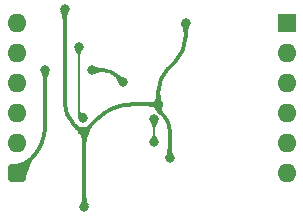
<source format=gbl>
%TF.GenerationSoftware,KiCad,Pcbnew,8.0.7*%
%TF.CreationDate,2025-01-29T08:07:00+02:00*%
%TF.ProjectId,W65C816 Latch,57363543-3831-4362-904c-617463682e6b,V1*%
%TF.SameCoordinates,Original*%
%TF.FileFunction,Copper,L2,Bot*%
%TF.FilePolarity,Positive*%
%FSLAX46Y46*%
G04 Gerber Fmt 4.6, Leading zero omitted, Abs format (unit mm)*
G04 Created by KiCad (PCBNEW 8.0.7) date 2025-01-29 08:07:00*
%MOMM*%
%LPD*%
G01*
G04 APERTURE LIST*
G04 Aperture macros list*
%AMRoundRect*
0 Rectangle with rounded corners*
0 $1 Rounding radius*
0 $2 $3 $4 $5 $6 $7 $8 $9 X,Y pos of 4 corners*
0 Add a 4 corners polygon primitive as box body*
4,1,4,$2,$3,$4,$5,$6,$7,$8,$9,$2,$3,0*
0 Add four circle primitives for the rounded corners*
1,1,$1+$1,$2,$3*
1,1,$1+$1,$4,$5*
1,1,$1+$1,$6,$7*
1,1,$1+$1,$8,$9*
0 Add four rect primitives between the rounded corners*
20,1,$1+$1,$2,$3,$4,$5,0*
20,1,$1+$1,$4,$5,$6,$7,0*
20,1,$1+$1,$6,$7,$8,$9,0*
20,1,$1+$1,$8,$9,$2,$3,0*%
G04 Aperture macros list end*
%TA.AperFunction,ComponentPad*%
%ADD10O,1.600000X1.600000*%
%TD*%
%TA.AperFunction,ComponentPad*%
%ADD11RoundRect,0.400000X-0.400000X-0.400000X0.400000X-0.400000X0.400000X0.400000X-0.400000X0.400000X0*%
%TD*%
%TA.AperFunction,ComponentPad*%
%ADD12R,1.600000X1.600000*%
%TD*%
%TA.AperFunction,ViaPad*%
%ADD13C,0.800000*%
%TD*%
%TA.AperFunction,Conductor*%
%ADD14C,0.380000*%
%TD*%
%TA.AperFunction,Conductor*%
%ADD15C,0.200000*%
%TD*%
G04 APERTURE END LIST*
D10*
%TO.P,J2,1,Pin_1*%
%TO.N,unconnected-(J2-Pin_1-Pad1)*%
X0Y0D03*
%TO.P,J2,2,Pin_2*%
%TO.N,unconnected-(J2-Pin_2-Pad2)*%
X0Y-2540000D03*
%TO.P,J2,3,Pin_3*%
%TO.N,~{PHI2}*%
X0Y-5080000D03*
%TO.P,J2,4,Pin_4*%
%TO.N,unconnected-(J2-Pin_4-Pad4)*%
X0Y-7620000D03*
%TO.P,J2,5,Pin_5*%
%TO.N,unconnected-(J2-Pin_5-Pad5)*%
X0Y-10160000D03*
D11*
%TO.P,J2,6,Pin_6*%
%TO.N,3.3V*%
X0Y-12700000D03*
D10*
%TO.P,J2,7,Pin_7*%
%TO.N,unconnected-(J2-Pin_7-Pad7)*%
X22860000Y-12700000D03*
%TO.P,J2,8,Pin_8*%
%TO.N,unconnected-(J2-Pin_8-Pad8)*%
X22860000Y-10160000D03*
%TO.P,J2,9,Pin_9*%
%TO.N,~{Data Output}*%
X22860000Y-7620000D03*
%TO.P,J2,10,Pin_10*%
%TO.N,Bank Latch*%
X22860000Y-5080000D03*
%TO.P,J2,11,Pin_11*%
%TO.N,unconnected-(J2-Pin_11-Pad11)*%
X22860000Y-2540000D03*
D12*
%TO.P,J2,12,Pin_12*%
%TO.N,GND*%
X22860000Y0D03*
%TD*%
D13*
%TO.N,GND*%
X12954000Y-11430000D03*
X5724927Y-9197311D03*
X5740404Y-15544778D03*
X14301007Y77007D03*
X4064000Y1190000D03*
X11999823Y-6856466D03*
%TO.N,3.3V*%
X2413000Y-3937000D03*
X6350000Y-3937000D03*
X9017000Y-4953000D03*
%TO.N,Net-(IC1-4Y)*%
X11633206Y-8127997D03*
X11633196Y-10056500D03*
%TO.N,Net-(IC1-2Y)*%
X5264919Y-1974081D03*
X5638502Y-8001000D03*
%TD*%
D14*
%TO.N,3.3V*%
X2413000Y-8580751D02*
G75*
G02*
X1206500Y-11493500I-4119261J5D01*
G01*
X8509000Y-4445000D02*
G75*
G03*
X7282579Y-3937008I-1226400J-1226400D01*
G01*
%TO.N,GND*%
X14301007Y-1129493D02*
G75*
G02*
X13447877Y-3189112I-2912707J-7D01*
G01*
X5439846Y-9122846D02*
G75*
G03*
X5619619Y-9197305I179754J179746D01*
G01*
X12476911Y-7854111D02*
G75*
G02*
X12953991Y-9005905I-1151811J-1151789D01*
G01*
X12784460Y-3852539D02*
G75*
G03*
X11999825Y-5746821I1894240J-1894261D01*
G01*
X4064000Y-6721475D02*
G75*
G03*
X4789154Y-8472156I2475830J-5D01*
G01*
X9720999Y-6856466D02*
G75*
G03*
X6895358Y-8026897I1J-3996034D01*
G01*
X11999823Y-7116744D02*
G75*
G03*
X12183887Y-7561047I628377J44D01*
G01*
X5724927Y-15518357D02*
G75*
G03*
X5732633Y-15537071I26473J-43D01*
G01*
D15*
%TO.N,Net-(IC1-2Y)*%
X5264919Y-7363253D02*
G75*
G03*
X5451713Y-7814205I637741J3D01*
G01*
%TO.N,Net-(IC1-4Y)*%
X11633181Y-10056500D02*
X11633181Y-10056498D01*
X11633181Y-10056497D01*
X11633182Y-10056495D01*
X11633182Y-10056494D01*
X11633183Y-10056492D01*
X11633184Y-10056491D01*
X11633184Y-10056489D01*
X11633185Y-10056488D01*
X11633187Y-10056487D01*
X11633188Y-10056485D01*
X11633189Y-10056484D01*
X11633191Y-10056484D01*
X11633192Y-10056483D01*
X11633194Y-10056482D01*
X11633195Y-10056482D01*
X11633197Y-10056481D01*
X11633198Y-10056481D01*
X11633200Y-10056481D01*
X11633202Y-10056481D01*
X11633203Y-10056481D01*
X11633205Y-10056482D01*
X11633206Y-10056482D01*
D14*
%TO.N,GND*%
X12476911Y-7854111D02*
X12183867Y-7561067D01*
X14301007Y-1129493D02*
X14301007Y77007D01*
X11999823Y-5746821D02*
X11999823Y-6856466D01*
X5724927Y-9197311D02*
X5724927Y-15518357D01*
X12954000Y-9005905D02*
X12954000Y-11430000D01*
X5724927Y-9197311D02*
X6895349Y-8026888D01*
X5619619Y-9197311D02*
X5724927Y-9197311D01*
X4064000Y-6721475D02*
X4064000Y1190000D01*
X5740404Y-15544778D02*
X5732665Y-15537039D01*
X11999823Y-7116744D02*
X11999823Y-6856466D01*
X9720999Y-6856466D02*
X11999823Y-6856466D01*
X5439846Y-9122846D02*
X4789155Y-8472155D01*
X13447882Y-3189117D02*
X12784460Y-3852539D01*
%TO.N,3.3V*%
X6350000Y-3937000D02*
X7282579Y-3937000D01*
X2413000Y-8580751D02*
X2413000Y-3937000D01*
X1206500Y-11493500D02*
X0Y-12700000D01*
X9017000Y-4953000D02*
X8509000Y-4445000D01*
D15*
%TO.N,Net-(IC1-4Y)*%
X11633206Y-8127997D02*
X11633206Y-10056482D01*
%TO.N,Net-(IC1-2Y)*%
X5451710Y-7814208D02*
X5638502Y-8001000D01*
X5264919Y-7363253D02*
X5264919Y-1974081D01*
%TD*%
%TA.AperFunction,Conductor*%
%TO.N,GND*%
G36*
X12386123Y-6856441D02*
G01*
X12394389Y-6859882D01*
X12397801Y-6868162D01*
X12397654Y-6869992D01*
X12374590Y-7013902D01*
X12373795Y-7016652D01*
X12321572Y-7138763D01*
X12321570Y-7138766D01*
X12276838Y-7243278D01*
X12276837Y-7243283D01*
X12275547Y-7345384D01*
X12275547Y-7345386D01*
X12275547Y-7345387D01*
X12275548Y-7345388D01*
X12347758Y-7453603D01*
X12349500Y-7462387D01*
X12346299Y-7468370D01*
X12094134Y-7720534D01*
X12085861Y-7723961D01*
X12077588Y-7720534D01*
X12076584Y-7719389D01*
X12061488Y-7699715D01*
X12061486Y-7699713D01*
X12037056Y-7680968D01*
X12035757Y-7679807D01*
X11937489Y-7577802D01*
X11936843Y-7577073D01*
X11841905Y-7460461D01*
X11840937Y-7459078D01*
X11774135Y-7347072D01*
X11773516Y-7345881D01*
X11711252Y-7206862D01*
X11711107Y-7206524D01*
X11634688Y-7020302D01*
X11634717Y-7011347D01*
X11641008Y-7005062D01*
X11996946Y-6856663D01*
X12001466Y-6855763D01*
X12386123Y-6856441D01*
G37*
%TD.AperFunction*%
%TD*%
%TA.AperFunction,Conductor*%
%TO.N,Net-(IC1-2Y)*%
G36*
X5363911Y-7328150D02*
G01*
X5367031Y-7333760D01*
X5399657Y-7473351D01*
X5399656Y-7473351D01*
X5399657Y-7473352D01*
X5491391Y-7541019D01*
X5615332Y-7572189D01*
X5621199Y-7573665D01*
X5621630Y-7573782D01*
X5769229Y-7616925D01*
X5772450Y-7618430D01*
X5909534Y-7710246D01*
X5914501Y-7717697D01*
X5912744Y-7726478D01*
X5911311Y-7728226D01*
X5641943Y-7998546D01*
X5633676Y-8001987D01*
X5633626Y-8001987D01*
X5249654Y-8001027D01*
X5241389Y-7997579D01*
X5237995Y-7989858D01*
X5230849Y-7832714D01*
X5230849Y-7832708D01*
X5212600Y-7713971D01*
X5190886Y-7612061D01*
X5190771Y-7611433D01*
X5172664Y-7493624D01*
X5172543Y-7492401D01*
X5165475Y-7336953D01*
X5168523Y-7328534D01*
X5176632Y-7324735D01*
X5177163Y-7324723D01*
X5355638Y-7324723D01*
X5363911Y-7328150D01*
G37*
%TD.AperFunction*%
%TD*%
%TA.AperFunction,Conductor*%
%TO.N,GND*%
G36*
X14659536Y-71470D02*
G01*
X14665854Y-77817D01*
X14665833Y-86771D01*
X14665739Y-86992D01*
X14602565Y-230188D01*
X14602500Y-230330D01*
X14551865Y-341069D01*
X14551860Y-341082D01*
X14517209Y-439578D01*
X14497347Y-556573D01*
X14491436Y-711738D01*
X14487696Y-719875D01*
X14479744Y-722993D01*
X14122270Y-722993D01*
X14113997Y-719566D01*
X14110578Y-711739D01*
X14110578Y-711738D01*
X14104665Y-556580D01*
X14084801Y-439575D01*
X14050152Y-341084D01*
X14050150Y-341080D01*
X14050146Y-341069D01*
X13999511Y-230331D01*
X13999446Y-230188D01*
X13936273Y-86989D01*
X13936070Y-78039D01*
X13942257Y-71564D01*
X13942406Y-71499D01*
X14296505Y76130D01*
X14305459Y76151D01*
X14659536Y-71470D01*
G37*
%TD.AperFunction*%
%TD*%
%TA.AperFunction,Conductor*%
%TO.N,GND*%
G36*
X12186833Y-6059893D02*
G01*
X12190252Y-6067721D01*
X12196163Y-6222884D01*
X12216025Y-6339878D01*
X12250676Y-6438374D01*
X12250681Y-6438387D01*
X12301306Y-6549102D01*
X12301371Y-6549245D01*
X12364555Y-6692467D01*
X12364759Y-6701419D01*
X12358572Y-6707894D01*
X12358352Y-6707988D01*
X12004325Y-6855589D01*
X11995371Y-6855610D01*
X11995321Y-6855589D01*
X11641293Y-6707988D01*
X11634975Y-6701641D01*
X11634996Y-6692687D01*
X11635059Y-6692537D01*
X11698273Y-6549245D01*
X11748968Y-6438373D01*
X11783617Y-6339882D01*
X11803481Y-6222878D01*
X11809394Y-6067719D01*
X11813134Y-6059584D01*
X11821086Y-6056466D01*
X12178560Y-6056466D01*
X12186833Y-6059893D01*
G37*
%TD.AperFunction*%
%TD*%
%TA.AperFunction,Conductor*%
%TO.N,GND*%
G36*
X6083456Y-9345788D02*
G01*
X6089774Y-9352135D01*
X6089753Y-9361089D01*
X6089659Y-9361310D01*
X6026485Y-9504506D01*
X6026420Y-9504648D01*
X5975785Y-9615387D01*
X5975780Y-9615400D01*
X5941129Y-9713896D01*
X5921267Y-9830891D01*
X5915356Y-9986056D01*
X5911616Y-9994193D01*
X5903664Y-9997311D01*
X5546190Y-9997311D01*
X5537917Y-9993884D01*
X5534498Y-9986057D01*
X5534498Y-9986056D01*
X5528585Y-9830898D01*
X5508721Y-9713893D01*
X5474072Y-9615402D01*
X5474070Y-9615398D01*
X5474066Y-9615387D01*
X5423431Y-9504649D01*
X5423366Y-9504506D01*
X5360193Y-9361307D01*
X5359990Y-9352357D01*
X5366177Y-9345882D01*
X5366326Y-9345817D01*
X5720427Y-9198186D01*
X5729376Y-9198166D01*
X6083456Y-9345788D01*
G37*
%TD.AperFunction*%
%TD*%
%TA.AperFunction,Conductor*%
%TO.N,GND*%
G36*
X5912044Y-14751284D02*
G01*
X5915458Y-14759000D01*
X5922852Y-14914150D01*
X5946503Y-15030300D01*
X5946505Y-15030306D01*
X5985694Y-15127688D01*
X5985703Y-15127708D01*
X6040144Y-15237502D01*
X6040321Y-15237874D01*
X6104983Y-15380720D01*
X6105273Y-15389670D01*
X6099149Y-15396204D01*
X6098826Y-15396344D01*
X5744906Y-15543901D01*
X5735952Y-15543922D01*
X5735902Y-15543901D01*
X5381778Y-15396260D01*
X5375460Y-15389913D01*
X5375481Y-15380959D01*
X5417746Y-15282852D01*
X5436719Y-15238813D01*
X5446643Y-15215349D01*
X5483526Y-15128155D01*
X5513786Y-15029612D01*
X5530067Y-14912921D01*
X5534593Y-14759213D01*
X5538262Y-14751044D01*
X5546288Y-14747857D01*
X5903771Y-14747857D01*
X5912044Y-14751284D01*
G37*
%TD.AperFunction*%
%TD*%
%TA.AperFunction,Conductor*%
%TO.N,GND*%
G36*
X13141010Y-10633427D02*
G01*
X13144429Y-10641255D01*
X13150340Y-10796418D01*
X13170202Y-10913412D01*
X13204853Y-11011908D01*
X13204858Y-11011921D01*
X13255483Y-11122636D01*
X13255548Y-11122779D01*
X13318732Y-11266001D01*
X13318936Y-11274953D01*
X13312749Y-11281428D01*
X13312529Y-11281522D01*
X12958502Y-11429123D01*
X12949548Y-11429144D01*
X12949498Y-11429123D01*
X12595470Y-11281522D01*
X12589152Y-11275175D01*
X12589173Y-11266221D01*
X12589236Y-11266071D01*
X12652450Y-11122779D01*
X12703145Y-11011907D01*
X12737794Y-10913416D01*
X12757658Y-10796412D01*
X12763571Y-10641253D01*
X12767311Y-10633118D01*
X12775263Y-10630000D01*
X13132737Y-10630000D01*
X13141010Y-10633427D01*
G37*
%TD.AperFunction*%
%TD*%
%TA.AperFunction,Conductor*%
%TO.N,GND*%
G36*
X6164225Y-8505238D02*
G01*
X6416998Y-8758012D01*
X6420425Y-8766285D01*
X6417307Y-8774237D01*
X6311775Y-8888127D01*
X6311775Y-8888128D01*
X6243083Y-8984911D01*
X6197938Y-9079063D01*
X6155430Y-9193193D01*
X6155375Y-9193339D01*
X6098796Y-9339249D01*
X6092609Y-9345724D01*
X6083657Y-9345928D01*
X6083435Y-9345839D01*
X5728731Y-9199874D01*
X5722384Y-9193556D01*
X5722363Y-9193506D01*
X5576398Y-8838801D01*
X5576419Y-8829848D01*
X5582766Y-8823530D01*
X5582949Y-8823456D01*
X5728937Y-8766846D01*
X5843182Y-8724294D01*
X5937326Y-8679151D01*
X6034107Y-8610462D01*
X6148002Y-8504928D01*
X6156397Y-8501819D01*
X6164225Y-8505238D01*
G37*
%TD.AperFunction*%
%TD*%
%TA.AperFunction,Conductor*%
%TO.N,GND*%
G36*
X4068502Y1189123D02*
G01*
X4422529Y1041522D01*
X4428847Y1035175D01*
X4428826Y1026221D01*
X4428732Y1026001D01*
X4365558Y882803D01*
X4365493Y882660D01*
X4314858Y771921D01*
X4314853Y771908D01*
X4280202Y673412D01*
X4260340Y556418D01*
X4254429Y401255D01*
X4250689Y393118D01*
X4242737Y390000D01*
X3885263Y390000D01*
X3876990Y393427D01*
X3873571Y401254D01*
X3873571Y401255D01*
X3867658Y556412D01*
X3847794Y673416D01*
X3813145Y771907D01*
X3762450Y882779D01*
X3699266Y1026003D01*
X3699063Y1034953D01*
X3705250Y1041428D01*
X3705470Y1041522D01*
X4059498Y1189123D01*
X4068452Y1189144D01*
X4068502Y1189123D01*
G37*
%TD.AperFunction*%
%TD*%
%TA.AperFunction,Conductor*%
%TO.N,GND*%
G36*
X11851251Y-6497716D02*
G01*
X11851345Y-6497936D01*
X11998946Y-6851964D01*
X11998967Y-6860918D01*
X11998946Y-6860968D01*
X11851345Y-7214995D01*
X11844998Y-7221313D01*
X11836044Y-7221292D01*
X11835824Y-7221198D01*
X11692626Y-7158024D01*
X11692483Y-7157959D01*
X11581744Y-7107324D01*
X11581731Y-7107319D01*
X11483235Y-7072668D01*
X11366241Y-7052806D01*
X11211077Y-7046894D01*
X11202941Y-7043154D01*
X11199823Y-7035202D01*
X11199823Y-6677729D01*
X11203250Y-6669456D01*
X11211076Y-6666037D01*
X11366235Y-6660124D01*
X11366241Y-6660123D01*
X11483235Y-6640261D01*
X11483236Y-6640260D01*
X11483239Y-6640260D01*
X11581730Y-6605611D01*
X11581738Y-6605607D01*
X11581744Y-6605605D01*
X11616738Y-6589603D01*
X11692602Y-6554916D01*
X11835826Y-6491732D01*
X11844776Y-6491529D01*
X11851251Y-6497716D01*
G37*
%TD.AperFunction*%
%TD*%
%TA.AperFunction,Conductor*%
%TO.N,GND*%
G36*
X5217377Y-8629836D02*
G01*
X5342707Y-8726859D01*
X5458410Y-8763685D01*
X5574142Y-8769264D01*
X5574334Y-8769275D01*
X5706920Y-8778786D01*
X5709316Y-8779211D01*
X5865443Y-8824145D01*
X5872446Y-8829727D01*
X5873451Y-8838625D01*
X5873027Y-8839841D01*
X5726530Y-9195838D01*
X5723962Y-9199680D01*
X5450635Y-9471644D01*
X5442354Y-9475050D01*
X5434089Y-9471602D01*
X5433840Y-9471344D01*
X5311548Y-9340658D01*
X5310949Y-9339966D01*
X5226348Y-9234055D01*
X5226048Y-9233663D01*
X5213959Y-9217145D01*
X5156420Y-9138523D01*
X5071379Y-9032063D01*
X5042176Y-9000855D01*
X4948263Y-8900494D01*
X4945112Y-8892112D01*
X4948532Y-8884228D01*
X5201945Y-8630815D01*
X5210217Y-8627389D01*
X5217377Y-8629836D01*
G37*
%TD.AperFunction*%
%TD*%
%TA.AperFunction,Conductor*%
%TO.N,3.3V*%
G36*
X6513778Y-3572173D02*
G01*
X6513954Y-3572248D01*
X6657219Y-3635450D01*
X6693212Y-3651907D01*
X6768076Y-3686139D01*
X6768087Y-3686143D01*
X6768091Y-3686145D01*
X6866582Y-3720794D01*
X6866585Y-3720795D01*
X6983580Y-3740657D01*
X6983581Y-3740657D01*
X6983587Y-3740658D01*
X7138746Y-3746571D01*
X7146882Y-3750311D01*
X7150000Y-3758263D01*
X7150000Y-4115736D01*
X7146573Y-4124009D01*
X7138746Y-4127428D01*
X6983580Y-4133340D01*
X6866585Y-4153202D01*
X6768089Y-4187853D01*
X6768076Y-4187858D01*
X6657337Y-4238493D01*
X6657195Y-4238558D01*
X6513999Y-4301732D01*
X6505046Y-4301936D01*
X6498571Y-4295750D01*
X6498477Y-4295529D01*
X6474725Y-4238558D01*
X6350875Y-3941499D01*
X6350855Y-3932550D01*
X6498478Y-3578468D01*
X6504824Y-3572152D01*
X6513778Y-3572173D01*
G37*
%TD.AperFunction*%
%TD*%
%TA.AperFunction,Conductor*%
%TO.N,3.3V*%
G36*
X2771529Y-4085477D02*
G01*
X2777847Y-4091824D01*
X2777826Y-4100778D01*
X2777732Y-4100999D01*
X2714558Y-4244195D01*
X2714493Y-4244337D01*
X2663858Y-4355076D01*
X2663853Y-4355089D01*
X2629202Y-4453585D01*
X2609340Y-4570580D01*
X2603429Y-4725745D01*
X2599689Y-4733882D01*
X2591737Y-4737000D01*
X2234263Y-4737000D01*
X2225990Y-4733573D01*
X2222571Y-4725746D01*
X2222571Y-4725745D01*
X2216658Y-4570587D01*
X2196794Y-4453582D01*
X2162145Y-4355091D01*
X2162143Y-4355087D01*
X2162139Y-4355076D01*
X2111504Y-4244338D01*
X2111439Y-4244195D01*
X2048266Y-4100996D01*
X2048063Y-4092046D01*
X2054250Y-4085571D01*
X2054399Y-4085506D01*
X2408500Y-3937875D01*
X2417449Y-3937855D01*
X2771529Y-4085477D01*
G37*
%TD.AperFunction*%
%TD*%
%TA.AperFunction,Conductor*%
%TO.N,3.3V*%
G36*
X1077264Y-11367254D02*
G01*
X1255924Y-11541781D01*
X1336193Y-11620193D01*
X1339716Y-11628425D01*
X1338389Y-11633976D01*
X1233929Y-11834092D01*
X1125456Y-12078491D01*
X1125446Y-12078515D01*
X1016966Y-12359530D01*
X908479Y-12677167D01*
X803766Y-13019086D01*
X798067Y-13025993D01*
X789153Y-13026847D01*
X788113Y-13026474D01*
X3794Y-12702570D01*
X-2543Y-12696246D01*
X-257648Y-12078491D01*
X-325495Y-11914194D01*
X-325486Y-11905239D01*
X-319147Y-11898914D01*
X-316118Y-11898116D01*
X-50968Y-11865346D01*
X229420Y-11794092D01*
X509809Y-11686238D01*
X790198Y-11541784D01*
X1062745Y-11365794D01*
X1071552Y-11364186D01*
X1077264Y-11367254D01*
G37*
%TD.AperFunction*%
%TD*%
%TA.AperFunction,Conductor*%
%TO.N,3.3V*%
G36*
X8649512Y-4315824D02*
G01*
X8751955Y-4405723D01*
X8751961Y-4405727D01*
X8840532Y-4461963D01*
X8840538Y-4461966D01*
X8926606Y-4497082D01*
X9029651Y-4530874D01*
X9030084Y-4531026D01*
X9113248Y-4562168D01*
X9158758Y-4579211D01*
X9165304Y-4585322D01*
X9165612Y-4594271D01*
X9165475Y-4594620D01*
X9019574Y-4949183D01*
X9013256Y-4955530D01*
X9013207Y-4955551D01*
X8658698Y-5101442D01*
X8649743Y-5101421D01*
X8643425Y-5095075D01*
X8643270Y-5094675D01*
X8596405Y-4966819D01*
X8596204Y-4966221D01*
X8564487Y-4862765D01*
X8564485Y-4862757D01*
X8531192Y-4776312D01*
X8531186Y-4776300D01*
X8475591Y-4688716D01*
X8388923Y-4594620D01*
X8384344Y-4589649D01*
X8381261Y-4581244D01*
X8384543Y-4573588D01*
X8633390Y-4316480D01*
X8641604Y-4312920D01*
X8649512Y-4315824D01*
G37*
%TD.AperFunction*%
%TD*%
%TA.AperFunction,Conductor*%
%TO.N,Net-(IC1-4Y)*%
G36*
X11730772Y-9259929D02*
G01*
X11734153Y-9267167D01*
X11748363Y-9427259D01*
X11748363Y-9427261D01*
X11748364Y-9427262D01*
X11789463Y-9542359D01*
X11789465Y-9542363D01*
X11849934Y-9636767D01*
X11922809Y-9744856D01*
X11923558Y-9746136D01*
X11997097Y-9892202D01*
X11997757Y-9901132D01*
X11991908Y-9907913D01*
X11991149Y-9908262D01*
X11637698Y-10055623D01*
X11628744Y-10055644D01*
X11628694Y-10055623D01*
X11275243Y-9908262D01*
X11268925Y-9901915D01*
X11268946Y-9892961D01*
X11269295Y-9892202D01*
X11342843Y-9746120D01*
X11343575Y-9744869D01*
X11416460Y-9636771D01*
X11476940Y-9542361D01*
X11518045Y-9427263D01*
X11532259Y-9267166D01*
X11536404Y-9259230D01*
X11543913Y-9256502D01*
X11722499Y-9256502D01*
X11730772Y-9259929D01*
G37*
%TD.AperFunction*%
%TD*%
%TA.AperFunction,Conductor*%
%TO.N,Net-(IC1-4Y)*%
G36*
X11917922Y-8245700D02*
G01*
X11991158Y-8276234D01*
X11997476Y-8282581D01*
X11997455Y-8291535D01*
X11997106Y-8292294D01*
X11923566Y-8438359D01*
X11922817Y-8439639D01*
X11849940Y-8547729D01*
X11789468Y-8642132D01*
X11748364Y-8757237D01*
X11734153Y-8917332D01*
X11730008Y-8925269D01*
X11722499Y-8927997D01*
X11543913Y-8927997D01*
X11535640Y-8924570D01*
X11532259Y-8917332D01*
X11518046Y-8757237D01*
X11518046Y-8757235D01*
X11476944Y-8642135D01*
X11416467Y-8547725D01*
X11343588Y-8439632D01*
X11342848Y-8438367D01*
X11269305Y-8292294D01*
X11268645Y-8283364D01*
X11274494Y-8276583D01*
X11275253Y-8276234D01*
X11628706Y-8128872D01*
X11637655Y-8128852D01*
X11917922Y-8245700D01*
G37*
%TD.AperFunction*%
%TD*%
%TA.AperFunction,Conductor*%
%TO.N,Net-(IC1-2Y)*%
G36*
X5549635Y-2091784D02*
G01*
X5622871Y-2122318D01*
X5629189Y-2128665D01*
X5629168Y-2137619D01*
X5628819Y-2138378D01*
X5555279Y-2284443D01*
X5554530Y-2285723D01*
X5481653Y-2393813D01*
X5421181Y-2488216D01*
X5380077Y-2603321D01*
X5365866Y-2763416D01*
X5361721Y-2771353D01*
X5354212Y-2774081D01*
X5175626Y-2774081D01*
X5167353Y-2770654D01*
X5163972Y-2763416D01*
X5149759Y-2603321D01*
X5149759Y-2603319D01*
X5108657Y-2488219D01*
X5048180Y-2393809D01*
X4975301Y-2285716D01*
X4974561Y-2284451D01*
X4901018Y-2138378D01*
X4900358Y-2129448D01*
X4906207Y-2122667D01*
X4906966Y-2122318D01*
X5260419Y-1974956D01*
X5269368Y-1974936D01*
X5549635Y-2091784D01*
G37*
%TD.AperFunction*%
%TD*%
M02*

</source>
